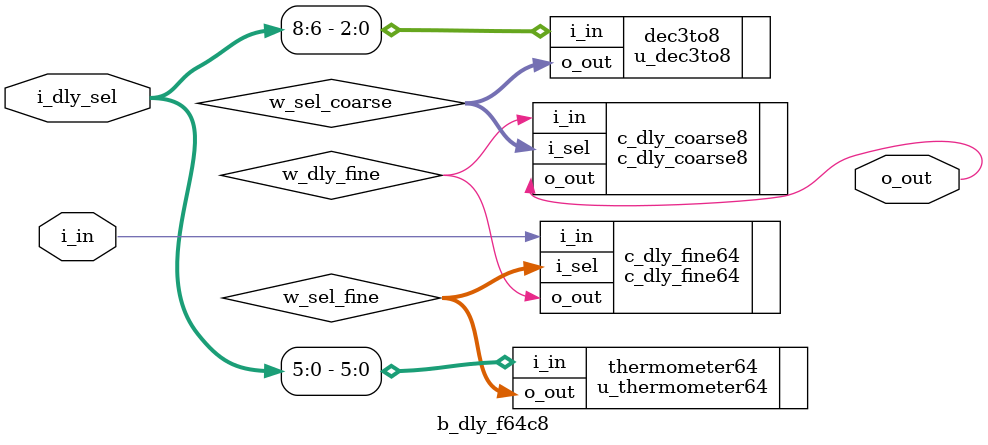
<source format=v>

`include	"c_dly_fine64.v"
`include	"c_dly_coarse8.v"
`include	"u_dec3to8.v"
`include	"u_thermometer64.v"

module b_dly_f64c8
(	
	output				o_out,
	input				i_in,
	input		[8:0]	i_dly_sel
);

	wire			w_dly_fine;
	wire	[63:0]	w_sel_fine;
	wire	[ 7:0]	w_sel_coarse;

	c_dly_fine64
	c_dly_fine64(
		.o_out	(w_dly_fine		),
		.i_in	(i_in			),
		.i_sel	(w_sel_fine		)
	);

	c_dly_coarse8
	c_dly_coarse8(
		.o_out	(o_out			),
		.i_in	(w_dly_fine		),
		.i_sel	(w_sel_coarse	)
	);

	u_dec3to8
	dec3to8(
		.o_out	(w_sel_coarse	),
		.i_in	(i_dly_sel[8:6]	)
	);

	u_thermometer64
	thermometer64(	
		.o_out	(w_sel_fine		),
		.i_in	(i_dly_sel[5:0]	)
	);

endmodule

</source>
